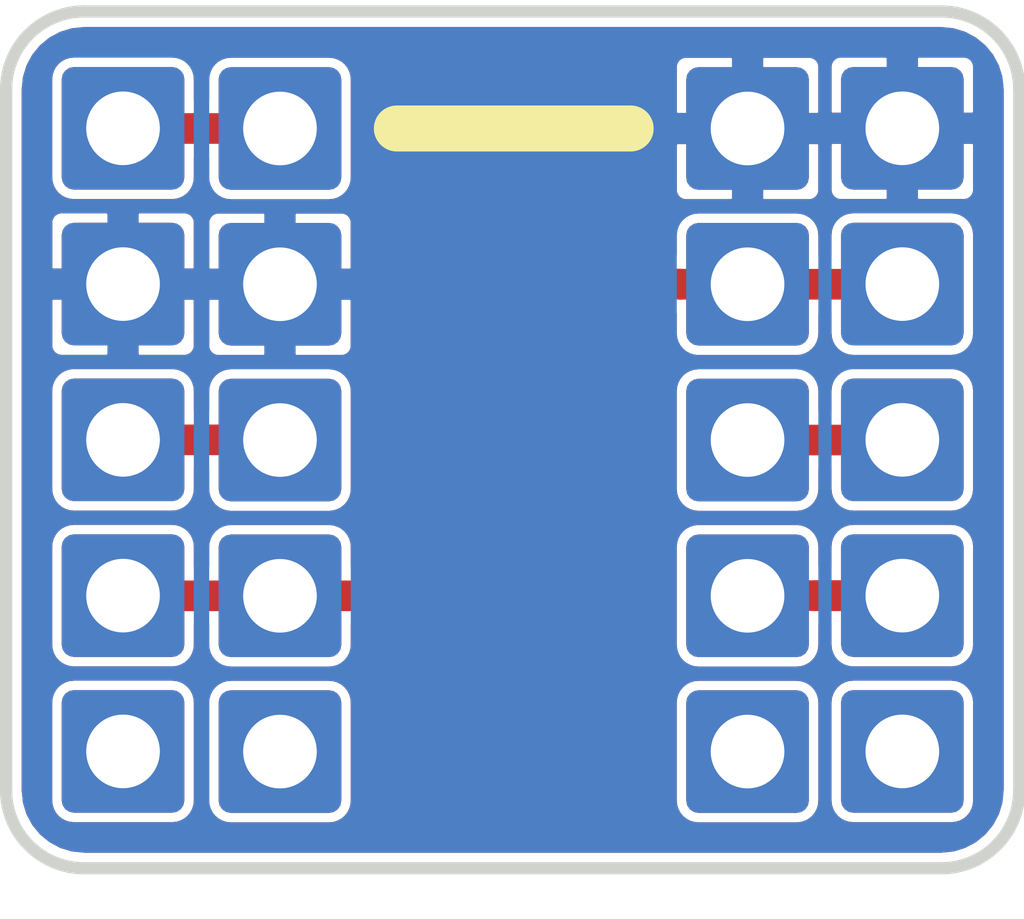
<source format=kicad_pcb>
(kicad_pcb (version 20171130) (host pcbnew "(5.0.2)-1")

  (general
    (thickness 1.6)
    (drawings 8)
    (tracks 24)
    (zones 0)
    (modules 3)
    (nets 9)
  )

  (page A4)
  (layers
    (0 F.Cu signal)
    (31 B.Cu signal)
    (32 B.Adhes user)
    (33 F.Adhes user)
    (34 B.Paste user)
    (35 F.Paste user)
    (36 B.SilkS user)
    (37 F.SilkS user)
    (38 B.Mask user)
    (39 F.Mask user)
    (40 Dwgs.User user)
    (41 Cmts.User user)
    (42 Eco1.User user)
    (43 Eco2.User user)
    (44 Edge.Cuts user)
    (45 Margin user)
    (46 B.CrtYd user)
    (47 F.CrtYd user)
    (48 B.Fab user)
    (49 F.Fab user)
  )

  (setup
    (last_trace_width 0.5)
    (trace_clearance 0.1524)
    (zone_clearance 0.508)
    (zone_45_only no)
    (trace_min 0.2)
    (segment_width 0.2)
    (edge_width 0.15)
    (via_size 0.8)
    (via_drill 0.4)
    (via_min_size 0.4)
    (via_min_drill 0.3)
    (uvia_size 0.3)
    (uvia_drill 0.1)
    (uvias_allowed no)
    (uvia_min_size 0.2)
    (uvia_min_drill 0.1)
    (pcb_text_width 0.3)
    (pcb_text_size 1.5 1.5)
    (mod_edge_width 0.15)
    (mod_text_size 1 1)
    (mod_text_width 0.15)
    (pad_size 2 2)
    (pad_drill 1.2)
    (pad_to_mask_clearance 0.051)
    (solder_mask_min_width 0.25)
    (aux_axis_origin 0 0)
    (visible_elements 7FFFFFFF)
    (pcbplotparams
      (layerselection 0x010fc_ffffffff)
      (usegerberextensions false)
      (usegerberattributes false)
      (usegerberadvancedattributes false)
      (creategerberjobfile false)
      (excludeedgelayer true)
      (linewidth 0.050000)
      (plotframeref false)
      (viasonmask false)
      (mode 1)
      (useauxorigin false)
      (hpglpennumber 1)
      (hpglpenspeed 20)
      (hpglpendiameter 15.000000)
      (psnegative false)
      (psa4output false)
      (plotreference true)
      (plotvalue true)
      (plotinvisibletext false)
      (padsonsilk false)
      (subtractmaskfromsilk false)
      (outputformat 1)
      (mirror false)
      (drillshape 1)
      (scaleselection 1)
      (outputdirectory ""))
  )

  (net 0 "")
  (net 1 /IN)
  (net 2 /OUT)
  (net 3 /RTN)
  (net 4 /SND)
  (net 5 /GND)
  (net 6 /CAP_-)
  (net 7 /SW_1)
  (net 8 /SW_2)

  (net_class Default "This is the default net class."
    (clearance 0.1524)
    (trace_width 0.5)
    (via_dia 0.8)
    (via_drill 0.4)
    (uvia_dia 0.3)
    (uvia_drill 0.1)
    (add_net /CAP_-)
    (add_net /GND)
    (add_net /IN)
    (add_net /OUT)
    (add_net /RTN)
    (add_net /SND)
    (add_net /SW_1)
    (add_net /SW_2)
  )

  (module SA_Relays_THT:Kemet_EA2-5SNJ (layer F.Cu) (tedit 5C5C0D52) (tstamp 5C62EB52)
    (at 125.73 100.33)
    (path /5C5EFDBB)
    (fp_text reference K1 (at 0 -7.9) (layer F.SilkS) hide
      (effects (font (size 1 1) (thickness 0.15)))
    )
    (fp_text value Kemet_EA2-5SNJ (at 0 7.6) (layer F.Fab)
      (effects (font (size 0.3 0.3) (thickness 0.03)))
    )
    (fp_line (start 4.617711 -7.097203) (end -4.582289 -7.097203) (layer F.Fab) (width 0.15))
    (fp_line (start -4.582289 -7.097203) (end -4.582289 7.102797) (layer F.Fab) (width 0.15))
    (fp_line (start -4.582289 7.102797) (end 4.617711 7.102797) (layer F.Fab) (width 0.15))
    (fp_line (start 4.617711 7.102797) (end 4.617711 -7.097203) (layer F.Fab) (width 0.15))
    (fp_line (start 1.922711 -5.077203) (end -1.887289 -5.077203) (layer F.SilkS) (width 0.75))
    (pad 1 thru_hole roundrect (at -3.792289 -5.077203) (size 2 2) (drill 1.2) (layers *.Cu *.Mask) (roundrect_rratio 0.1)
      (net 6 /CAP_-))
    (pad 2 thru_hole roundrect (at -3.792289 -2.537203) (size 2 2) (drill 1.2) (layers *.Cu *.Mask) (roundrect_rratio 0.1)
      (net 5 /GND))
    (pad 3 thru_hole roundrect (at -3.792289 0.002797) (size 2 2) (drill 1.2) (layers *.Cu *.Mask) (roundrect_rratio 0.1)
      (net 4 /SND))
    (pad 4 thru_hole roundrect (at -3.792289 2.542797) (size 2 2) (drill 1.2) (layers *.Cu *.Mask) (roundrect_rratio 0.1)
      (net 1 /IN))
    (pad 5 thru_hole roundrect (at -3.792289 5.082797) (size 2 2) (drill 1.2) (layers *.Cu *.Mask) (roundrect_rratio 0.1))
    (pad 6 thru_hole roundrect (at 3.827711 5.082797) (size 2 2) (drill 1.2) (layers *.Cu *.Mask) (roundrect_rratio 0.1))
    (pad 7 thru_hole roundrect (at 3.827711 2.542797) (size 2 2) (drill 1.2) (layers *.Cu *.Mask) (roundrect_rratio 0.1)
      (net 3 /RTN))
    (pad 8 thru_hole roundrect (at 3.827711 0.002797) (size 2 2) (drill 1.2) (layers *.Cu *.Mask) (roundrect_rratio 0.1)
      (net 2 /OUT))
    (pad 9 thru_hole roundrect (at 3.827711 -2.537203) (size 2 2) (drill 1.2) (layers *.Cu *.Mask) (roundrect_rratio 0.1)
      (net 1 /IN))
    (pad 10 thru_hole roundrect (at 3.827711 -5.077203) (size 2 2) (drill 1.2) (layers *.Cu *.Mask) (roundrect_rratio 0.1)
      (net 5 /GND))
    (model ${SA_LIB_3DSHAPES}/Kemet_EA2-5SNJ/Kemet_EA2-5SNJ.step
      (at (xyz 0 0 0))
      (scale (xyz 1 1 1))
      (rotate (xyz 0 0 0))
    )
  )

  (module Connector_PinHeader_2.54mm:PinHeader_1x05_P2.54mm_Vertical (layer F.Cu) (tedit 5C5C234D) (tstamp 5C5E0351)
    (at 132.08 95.25)
    (descr "Through hole straight pin header, 1x05, 2.54mm pitch, single row")
    (tags "Through hole pin header THT 1x05 2.54mm single row")
    (path /5C6109C8)
    (fp_text reference J3 (at 0 -2.33) (layer F.SilkS) hide
      (effects (font (size 1 1) (thickness 0.15)))
    )
    (fp_text value PinHeader_1x05_P2.54mm_Vertical_Bottom (at 0 12.49) (layer F.Fab) hide
      (effects (font (size 0.5 0.5) (thickness 0.05)))
    )
    (fp_line (start -0.635 -1.27) (end 1.27 -1.27) (layer F.Fab) (width 0.1))
    (fp_line (start 1.27 -1.27) (end 1.27 11.43) (layer F.Fab) (width 0.1))
    (fp_line (start 1.27 11.43) (end -1.27 11.43) (layer F.Fab) (width 0.1))
    (fp_line (start -1.27 11.43) (end -1.27 -0.635) (layer F.Fab) (width 0.1))
    (fp_line (start -1.27 -0.635) (end -0.635 -1.27) (layer F.Fab) (width 0.1))
    (fp_line (start -1.8 -1.8) (end -1.8 11.95) (layer F.CrtYd) (width 0.05))
    (fp_line (start -1.8 11.95) (end 1.8 11.95) (layer F.CrtYd) (width 0.05))
    (fp_line (start 1.8 11.95) (end 1.8 -1.8) (layer F.CrtYd) (width 0.05))
    (fp_line (start 1.8 -1.8) (end -1.8 -1.8) (layer F.CrtYd) (width 0.05))
    (fp_text user %R (at 0 5.08 90) (layer F.Fab)
      (effects (font (size 1 1) (thickness 0.15)))
    )
    (pad 1 thru_hole roundrect (at 0 0) (size 2 2) (drill 1.2) (layers *.Cu *.Mask) (roundrect_rratio 0.1)
      (net 5 /GND))
    (pad 2 thru_hole roundrect (at 0 2.54) (size 2 2) (drill 1.2) (layers *.Cu *.Mask) (roundrect_rratio 0.1)
      (net 1 /IN))
    (pad 3 thru_hole roundrect (at 0 5.08) (size 2 2) (drill 1.2) (layers *.Cu *.Mask) (roundrect_rratio 0.1)
      (net 2 /OUT))
    (pad 4 thru_hole roundrect (at 0 7.62) (size 2 2) (drill 1.2) (layers *.Cu *.Mask) (roundrect_rratio 0.1)
      (net 3 /RTN))
    (pad 5 thru_hole roundrect (at 0 10.16) (size 2 2) (drill 1.2) (layers *.Cu *.Mask) (roundrect_rratio 0.1)
      (net 8 /SW_2))
  )

  (module Connector_PinHeader_2.54mm:PinHeader_1x05_P2.54mm_Vertical (layer F.Cu) (tedit 5C5C2357) (tstamp 5C5E007A)
    (at 119.38 95.25)
    (descr "Through hole straight pin header, 1x05, 2.54mm pitch, single row")
    (tags "Through hole pin header THT 1x05 2.54mm single row")
    (path /5C610994)
    (fp_text reference J1 (at 0 -2.33) (layer F.SilkS) hide
      (effects (font (size 1 1) (thickness 0.15)))
    )
    (fp_text value PinHeader_1x05_P2.54mm_Vertical_Bottom (at 0 12.49) (layer F.Fab) hide
      (effects (font (size 0.5 0.5) (thickness 0.05)))
    )
    (fp_line (start -0.635 -1.27) (end 1.27 -1.27) (layer F.Fab) (width 0.1))
    (fp_line (start 1.27 -1.27) (end 1.27 11.43) (layer F.Fab) (width 0.1))
    (fp_line (start 1.27 11.43) (end -1.27 11.43) (layer F.Fab) (width 0.1))
    (fp_line (start -1.27 11.43) (end -1.27 -0.635) (layer F.Fab) (width 0.1))
    (fp_line (start -1.27 -0.635) (end -0.635 -1.27) (layer F.Fab) (width 0.1))
    (fp_line (start -1.8 -1.8) (end -1.8 11.95) (layer F.CrtYd) (width 0.05))
    (fp_line (start -1.8 11.95) (end 1.8 11.95) (layer F.CrtYd) (width 0.05))
    (fp_line (start 1.8 11.95) (end 1.8 -1.8) (layer F.CrtYd) (width 0.05))
    (fp_line (start 1.8 -1.8) (end -1.8 -1.8) (layer F.CrtYd) (width 0.05))
    (fp_text user %R (at 0 5.08 90) (layer F.Fab)
      (effects (font (size 1 1) (thickness 0.15)))
    )
    (pad 1 thru_hole roundrect (at 0 0) (size 2 2) (drill 1.2) (layers *.Cu *.Mask) (roundrect_rratio 0.1)
      (net 6 /CAP_-))
    (pad 2 thru_hole roundrect (at 0 2.54) (size 2 2) (drill 1.2) (layers *.Cu *.Mask) (roundrect_rratio 0.1)
      (net 5 /GND))
    (pad 3 thru_hole roundrect (at 0 5.08) (size 2 2) (drill 1.2) (layers *.Cu *.Mask) (roundrect_rratio 0.1)
      (net 4 /SND))
    (pad 4 thru_hole roundrect (at 0 7.62) (size 2 2) (drill 1.2) (layers *.Cu *.Mask) (roundrect_rratio 0.1)
      (net 1 /IN))
    (pad 5 thru_hole roundrect (at 0 10.16) (size 2 2) (drill 1.2) (layers *.Cu *.Mask) (roundrect_rratio 0.1)
      (net 7 /SW_1))
  )

  (gr_arc (start 118.745 106.045) (end 117.475 106.045) (angle -90) (layer Edge.Cuts) (width 0.2) (tstamp 5C5C2D55))
  (gr_arc (start 118.745 94.615) (end 118.745 93.345) (angle -90) (layer Edge.Cuts) (width 0.2) (tstamp 5C5C2D52))
  (gr_arc (start 132.715 94.615) (end 133.985 94.615) (angle -90) (layer Edge.Cuts) (width 0.2) (tstamp 5C5C2D4F))
  (gr_arc (start 132.715 106.045) (end 132.715 107.315) (angle -90) (layer Edge.Cuts) (width 0.2))
  (gr_line (start 118.745 107.315) (end 132.715 107.315) (layer Edge.Cuts) (width 0.2))
  (gr_line (start 117.475 94.615) (end 117.475 106.045) (layer Edge.Cuts) (width 0.2))
  (gr_line (start 132.715 93.345) (end 118.745 93.345) (layer Edge.Cuts) (width 0.2) (tstamp 5C5C2C2C))
  (gr_line (start 133.985 106.045) (end 133.985 94.615) (layer Edge.Cuts) (width 0.2))

  (segment (start 132.077203 97.792797) (end 132.08 97.79) (width 0.5) (layer F.Cu) (net 1))
  (segment (start 129.557711 97.792797) (end 132.077203 97.792797) (width 0.5) (layer F.Cu) (net 1))
  (segment (start 119.382797 102.872797) (end 119.38 102.87) (width 0.5) (layer F.Cu) (net 1))
  (segment (start 121.937711 102.872797) (end 119.382797 102.872797) (width 0.5) (layer F.Cu) (net 1))
  (segment (start 128.457711 97.792797) (end 128.454914 97.79) (width 0.5) (layer F.Cu) (net 1))
  (segment (start 129.557711 97.792797) (end 128.457711 97.792797) (width 0.5) (layer F.Cu) (net 1))
  (segment (start 128.454914 97.79) (end 126.365 97.79) (width 0.5) (layer F.Cu) (net 1))
  (segment (start 126.365 97.79) (end 125.73 98.425) (width 0.5) (layer F.Cu) (net 1))
  (segment (start 125.73 98.425) (end 125.73 102.235) (width 0.5) (layer F.Cu) (net 1))
  (segment (start 125.092203 102.872797) (end 121.937711 102.872797) (width 0.5) (layer F.Cu) (net 1))
  (segment (start 125.73 102.235) (end 125.092203 102.872797) (width 0.5) (layer F.Cu) (net 1))
  (segment (start 132.077203 100.332797) (end 132.08 100.33) (width 0.5) (layer F.Cu) (net 2))
  (segment (start 129.557711 100.332797) (end 132.077203 100.332797) (width 0.5) (layer F.Cu) (net 2))
  (segment (start 132.077203 95.252797) (end 132.08 95.25) (width 0.5) (layer F.Cu) (net 5))
  (segment (start 129.557711 95.252797) (end 132.077203 95.252797) (width 0.5) (layer F.Cu) (net 5))
  (segment (start 132.08 102.87) (end 130.660121 102.87) (width 0.5) (layer F.Cu) (net 3))
  (segment (start 129.560508 102.87) (end 129.557711 102.872797) (width 0.5) (layer F.Cu) (net 3))
  (segment (start 132.08 102.87) (end 129.560508 102.87) (width 0.5) (layer F.Cu) (net 3))
  (segment (start 121.934914 100.33) (end 121.937711 100.332797) (width 0.5) (layer F.Cu) (net 4))
  (segment (start 119.38 100.33) (end 121.934914 100.33) (width 0.5) (layer F.Cu) (net 4))
  (segment (start 119.382797 97.792797) (end 119.38 97.79) (width 0.5) (layer F.Cu) (net 5))
  (segment (start 121.937711 97.792797) (end 119.382797 97.792797) (width 0.5) (layer F.Cu) (net 5))
  (segment (start 119.382797 95.252797) (end 119.38 95.25) (width 0.5) (layer F.Cu) (net 6))
  (segment (start 121.937711 95.252797) (end 119.382797 95.252797) (width 0.5) (layer F.Cu) (net 6))

  (zone (net 5) (net_name /GND) (layer F.Cu) (tstamp 0) (hatch edge 0.508)
    (connect_pads (clearance 0.1524))
    (min_thickness 0.1524)
    (fill yes (arc_segments 32) (thermal_gap 0.1524) (thermal_bridge_width 0.508))
    (polygon
      (pts
        (xy 117.475 93.345) (xy 117.475 107.315) (xy 133.985 107.315) (xy 133.985 93.345)
      )
    )
    (filled_polygon
      (pts
        (xy 132.897547 93.693075) (xy 133.073138 93.74609) (xy 133.23509 93.832201) (xy 133.377234 93.94813) (xy 133.494148 94.089455)
        (xy 133.581391 94.250807) (xy 133.635629 94.42602) (xy 133.656401 94.62366) (xy 133.6564 106.028926) (xy 133.636925 106.227547)
        (xy 133.58391 106.40314) (xy 133.4978 106.56509) (xy 133.38187 106.707234) (xy 133.240545 106.824148) (xy 133.079193 106.911391)
        (xy 132.90398 106.965629) (xy 132.70635 106.9864) (xy 118.761074 106.9864) (xy 118.562453 106.966925) (xy 118.38686 106.91391)
        (xy 118.22491 106.8278) (xy 118.082766 106.71187) (xy 117.965852 106.570545) (xy 117.878609 106.409193) (xy 117.824371 106.23398)
        (xy 117.8036 106.03635) (xy 117.8036 104.61) (xy 118.150294 104.61) (xy 118.150294 106.21) (xy 118.158551 106.293831)
        (xy 118.183003 106.374441) (xy 118.222713 106.448732) (xy 118.276152 106.513848) (xy 118.341268 106.567287) (xy 118.415559 106.606997)
        (xy 118.496169 106.631449) (xy 118.58 106.639706) (xy 120.18 106.639706) (xy 120.263831 106.631449) (xy 120.344441 106.606997)
        (xy 120.418732 106.567287) (xy 120.483848 106.513848) (xy 120.537287 106.448732) (xy 120.576997 106.374441) (xy 120.601449 106.293831)
        (xy 120.609706 106.21) (xy 120.609706 104.612797) (xy 120.708005 104.612797) (xy 120.708005 106.212797) (xy 120.716262 106.296628)
        (xy 120.740714 106.377238) (xy 120.780424 106.451529) (xy 120.833863 106.516645) (xy 120.898979 106.570084) (xy 120.97327 106.609794)
        (xy 121.05388 106.634246) (xy 121.137711 106.642503) (xy 122.737711 106.642503) (xy 122.821542 106.634246) (xy 122.902152 106.609794)
        (xy 122.976443 106.570084) (xy 123.041559 106.516645) (xy 123.094998 106.451529) (xy 123.134708 106.377238) (xy 123.15916 106.296628)
        (xy 123.167417 106.212797) (xy 123.167417 104.612797) (xy 128.328005 104.612797) (xy 128.328005 106.212797) (xy 128.336262 106.296628)
        (xy 128.360714 106.377238) (xy 128.400424 106.451529) (xy 128.453863 106.516645) (xy 128.518979 106.570084) (xy 128.59327 106.609794)
        (xy 128.67388 106.634246) (xy 128.757711 106.642503) (xy 130.357711 106.642503) (xy 130.441542 106.634246) (xy 130.522152 106.609794)
        (xy 130.596443 106.570084) (xy 130.661559 106.516645) (xy 130.714998 106.451529) (xy 130.754708 106.377238) (xy 130.77916 106.296628)
        (xy 130.787417 106.212797) (xy 130.787417 104.612797) (xy 130.787142 104.61) (xy 130.850294 104.61) (xy 130.850294 106.21)
        (xy 130.858551 106.293831) (xy 130.883003 106.374441) (xy 130.922713 106.448732) (xy 130.976152 106.513848) (xy 131.041268 106.567287)
        (xy 131.115559 106.606997) (xy 131.196169 106.631449) (xy 131.28 106.639706) (xy 132.88 106.639706) (xy 132.963831 106.631449)
        (xy 133.044441 106.606997) (xy 133.118732 106.567287) (xy 133.183848 106.513848) (xy 133.237287 106.448732) (xy 133.276997 106.374441)
        (xy 133.301449 106.293831) (xy 133.309706 106.21) (xy 133.309706 104.61) (xy 133.301449 104.526169) (xy 133.276997 104.445559)
        (xy 133.237287 104.371268) (xy 133.183848 104.306152) (xy 133.118732 104.252713) (xy 133.044441 104.213003) (xy 132.963831 104.188551)
        (xy 132.88 104.180294) (xy 131.28 104.180294) (xy 131.196169 104.188551) (xy 131.115559 104.213003) (xy 131.041268 104.252713)
        (xy 130.976152 104.306152) (xy 130.922713 104.371268) (xy 130.883003 104.445559) (xy 130.858551 104.526169) (xy 130.850294 104.61)
        (xy 130.787142 104.61) (xy 130.77916 104.528966) (xy 130.754708 104.448356) (xy 130.714998 104.374065) (xy 130.661559 104.308949)
        (xy 130.596443 104.25551) (xy 130.522152 104.2158) (xy 130.441542 104.191348) (xy 130.357711 104.183091) (xy 128.757711 104.183091)
        (xy 128.67388 104.191348) (xy 128.59327 104.2158) (xy 128.518979 104.25551) (xy 128.453863 104.308949) (xy 128.400424 104.374065)
        (xy 128.360714 104.448356) (xy 128.336262 104.528966) (xy 128.328005 104.612797) (xy 123.167417 104.612797) (xy 123.15916 104.528966)
        (xy 123.134708 104.448356) (xy 123.094998 104.374065) (xy 123.041559 104.308949) (xy 122.976443 104.25551) (xy 122.902152 104.2158)
        (xy 122.821542 104.191348) (xy 122.737711 104.183091) (xy 121.137711 104.183091) (xy 121.05388 104.191348) (xy 120.97327 104.2158)
        (xy 120.898979 104.25551) (xy 120.833863 104.308949) (xy 120.780424 104.374065) (xy 120.740714 104.448356) (xy 120.716262 104.528966)
        (xy 120.708005 104.612797) (xy 120.609706 104.612797) (xy 120.609706 104.61) (xy 120.601449 104.526169) (xy 120.576997 104.445559)
        (xy 120.537287 104.371268) (xy 120.483848 104.306152) (xy 120.418732 104.252713) (xy 120.344441 104.213003) (xy 120.263831 104.188551)
        (xy 120.18 104.180294) (xy 118.58 104.180294) (xy 118.496169 104.188551) (xy 118.415559 104.213003) (xy 118.341268 104.252713)
        (xy 118.276152 104.306152) (xy 118.222713 104.371268) (xy 118.183003 104.445559) (xy 118.158551 104.526169) (xy 118.150294 104.61)
        (xy 117.8036 104.61) (xy 117.8036 102.07) (xy 118.150294 102.07) (xy 118.150294 103.67) (xy 118.158551 103.753831)
        (xy 118.183003 103.834441) (xy 118.222713 103.908732) (xy 118.276152 103.973848) (xy 118.341268 104.027287) (xy 118.415559 104.066997)
        (xy 118.496169 104.091449) (xy 118.58 104.099706) (xy 120.18 104.099706) (xy 120.263831 104.091449) (xy 120.344441 104.066997)
        (xy 120.418732 104.027287) (xy 120.483848 103.973848) (xy 120.537287 103.908732) (xy 120.576997 103.834441) (xy 120.601449 103.753831)
        (xy 120.609706 103.67) (xy 120.609706 103.351397) (xy 120.708005 103.351397) (xy 120.708005 103.672797) (xy 120.716262 103.756628)
        (xy 120.740714 103.837238) (xy 120.780424 103.911529) (xy 120.833863 103.976645) (xy 120.898979 104.030084) (xy 120.97327 104.069794)
        (xy 121.05388 104.094246) (xy 121.137711 104.102503) (xy 122.737711 104.102503) (xy 122.821542 104.094246) (xy 122.902152 104.069794)
        (xy 122.976443 104.030084) (xy 123.041559 103.976645) (xy 123.094998 103.911529) (xy 123.134708 103.837238) (xy 123.15916 103.756628)
        (xy 123.167417 103.672797) (xy 123.167417 103.351397) (xy 125.068707 103.351397) (xy 125.092203 103.353711) (xy 125.115699 103.351397)
        (xy 125.115707 103.351397) (xy 125.186025 103.344471) (xy 125.276241 103.317105) (xy 125.359385 103.272663) (xy 125.432261 103.212855)
        (xy 125.447245 103.194597) (xy 126.051805 102.590038) (xy 126.070058 102.575058) (xy 126.085037 102.556806) (xy 126.085041 102.556802)
        (xy 126.11938 102.514959) (xy 126.129866 102.502182) (xy 126.174308 102.419038) (xy 126.201674 102.328822) (xy 126.2086 102.258504)
        (xy 126.2086 102.258497) (xy 126.210914 102.235001) (xy 126.2086 102.211505) (xy 126.2086 102.072797) (xy 128.328005 102.072797)
        (xy 128.328005 103.672797) (xy 128.336262 103.756628) (xy 128.360714 103.837238) (xy 128.400424 103.911529) (xy 128.453863 103.976645)
        (xy 128.518979 104.030084) (xy 128.59327 104.069794) (xy 128.67388 104.094246) (xy 128.757711 104.102503) (xy 130.357711 104.102503)
        (xy 130.441542 104.094246) (xy 130.522152 104.069794) (xy 130.596443 104.030084) (xy 130.661559 103.976645) (xy 130.714998 103.911529)
        (xy 130.754708 103.837238) (xy 130.77916 103.756628) (xy 130.787417 103.672797) (xy 130.787417 103.3486) (xy 130.850294 103.3486)
        (xy 130.850294 103.67) (xy 130.858551 103.753831) (xy 130.883003 103.834441) (xy 130.922713 103.908732) (xy 130.976152 103.973848)
        (xy 131.041268 104.027287) (xy 131.115559 104.066997) (xy 131.196169 104.091449) (xy 131.28 104.099706) (xy 132.88 104.099706)
        (xy 132.963831 104.091449) (xy 133.044441 104.066997) (xy 133.118732 104.027287) (xy 133.183848 103.973848) (xy 133.237287 103.908732)
        (xy 133.276997 103.834441) (xy 133.301449 103.753831) (xy 133.309706 103.67) (xy 133.309706 102.07) (xy 133.301449 101.986169)
        (xy 133.276997 101.905559) (xy 133.237287 101.831268) (xy 133.183848 101.766152) (xy 133.118732 101.712713) (xy 133.044441 101.673003)
        (xy 132.963831 101.648551) (xy 132.88 101.640294) (xy 131.28 101.640294) (xy 131.196169 101.648551) (xy 131.115559 101.673003)
        (xy 131.041268 101.712713) (xy 130.976152 101.766152) (xy 130.922713 101.831268) (xy 130.883003 101.905559) (xy 130.858551 101.986169)
        (xy 130.850294 102.07) (xy 130.850294 102.3914) (xy 130.787417 102.3914) (xy 130.787417 102.072797) (xy 130.77916 101.988966)
        (xy 130.754708 101.908356) (xy 130.714998 101.834065) (xy 130.661559 101.768949) (xy 130.596443 101.71551) (xy 130.522152 101.6758)
        (xy 130.441542 101.651348) (xy 130.357711 101.643091) (xy 128.757711 101.643091) (xy 128.67388 101.651348) (xy 128.59327 101.6758)
        (xy 128.518979 101.71551) (xy 128.453863 101.768949) (xy 128.400424 101.834065) (xy 128.360714 101.908356) (xy 128.336262 101.988966)
        (xy 128.328005 102.072797) (xy 126.2086 102.072797) (xy 126.2086 99.532797) (xy 128.328005 99.532797) (xy 128.328005 101.132797)
        (xy 128.336262 101.216628) (xy 128.360714 101.297238) (xy 128.400424 101.371529) (xy 128.453863 101.436645) (xy 128.518979 101.490084)
        (xy 128.59327 101.529794) (xy 128.67388 101.554246) (xy 128.757711 101.562503) (xy 130.357711 101.562503) (xy 130.441542 101.554246)
        (xy 130.522152 101.529794) (xy 130.596443 101.490084) (xy 130.661559 101.436645) (xy 130.714998 101.371529) (xy 130.754708 101.297238)
        (xy 130.77916 101.216628) (xy 130.787417 101.132797) (xy 130.787417 100.811397) (xy 130.850294 100.811397) (xy 130.850294 101.13)
        (xy 130.858551 101.213831) (xy 130.883003 101.294441) (xy 130.922713 101.368732) (xy 130.976152 101.433848) (xy 131.041268 101.487287)
        (xy 131.115559 101.526997) (xy 131.196169 101.551449) (xy 131.28 101.559706) (xy 132.88 101.559706) (xy 132.963831 101.551449)
        (xy 133.044441 101.526997) (xy 133.118732 101.487287) (xy 133.183848 101.433848) (xy 133.237287 101.368732) (xy 133.276997 101.294441)
        (xy 133.301449 101.213831) (xy 133.309706 101.13) (xy 133.309706 99.53) (xy 133.301449 99.446169) (xy 133.276997 99.365559)
        (xy 133.237287 99.291268) (xy 133.183848 99.226152) (xy 133.118732 99.172713) (xy 133.044441 99.133003) (xy 132.963831 99.108551)
        (xy 132.88 99.100294) (xy 131.28 99.100294) (xy 131.196169 99.108551) (xy 131.115559 99.133003) (xy 131.041268 99.172713)
        (xy 130.976152 99.226152) (xy 130.922713 99.291268) (xy 130.883003 99.365559) (xy 130.858551 99.446169) (xy 130.850294 99.53)
        (xy 130.850294 99.854197) (xy 130.787417 99.854197) (xy 130.787417 99.532797) (xy 130.77916 99.448966) (xy 130.754708 99.368356)
        (xy 130.714998 99.294065) (xy 130.661559 99.228949) (xy 130.596443 99.17551) (xy 130.522152 99.1358) (xy 130.441542 99.111348)
        (xy 130.357711 99.103091) (xy 128.757711 99.103091) (xy 128.67388 99.111348) (xy 128.59327 99.1358) (xy 128.518979 99.17551)
        (xy 128.453863 99.228949) (xy 128.400424 99.294065) (xy 128.360714 99.368356) (xy 128.336262 99.448966) (xy 128.328005 99.532797)
        (xy 126.2086 99.532797) (xy 126.2086 98.623242) (xy 126.563243 98.2686) (xy 128.328005 98.2686) (xy 128.328005 98.592797)
        (xy 128.336262 98.676628) (xy 128.360714 98.757238) (xy 128.400424 98.831529) (xy 128.453863 98.896645) (xy 128.518979 98.950084)
        (xy 128.59327 98.989794) (xy 128.67388 99.014246) (xy 128.757711 99.022503) (xy 130.357711 99.022503) (xy 130.441542 99.014246)
        (xy 130.522152 98.989794) (xy 130.596443 98.950084) (xy 130.661559 98.896645) (xy 130.714998 98.831529) (xy 130.754708 98.757238)
        (xy 130.77916 98.676628) (xy 130.787417 98.592797) (xy 130.787417 98.271397) (xy 130.850294 98.271397) (xy 130.850294 98.59)
        (xy 130.858551 98.673831) (xy 130.883003 98.754441) (xy 130.922713 98.828732) (xy 130.976152 98.893848) (xy 131.041268 98.947287)
        (xy 131.115559 98.986997) (xy 131.196169 99.011449) (xy 131.28 99.019706) (xy 132.88 99.019706) (xy 132.963831 99.011449)
        (xy 133.044441 98.986997) (xy 133.118732 98.947287) (xy 133.183848 98.893848) (xy 133.237287 98.828732) (xy 133.276997 98.754441)
        (xy 133.301449 98.673831) (xy 133.309706 98.59) (xy 133.309706 96.99) (xy 133.301449 96.906169) (xy 133.276997 96.825559)
        (xy 133.237287 96.751268) (xy 133.183848 96.686152) (xy 133.118732 96.632713) (xy 133.044441 96.593003) (xy 132.963831 96.568551)
        (xy 132.88 96.560294) (xy 131.28 96.560294) (xy 131.196169 96.568551) (xy 131.115559 96.593003) (xy 131.041268 96.632713)
        (xy 130.976152 96.686152) (xy 130.922713 96.751268) (xy 130.883003 96.825559) (xy 130.858551 96.906169) (xy 130.850294 96.99)
        (xy 130.850294 97.314197) (xy 130.787417 97.314197) (xy 130.787417 96.992797) (xy 130.77916 96.908966) (xy 130.754708 96.828356)
        (xy 130.714998 96.754065) (xy 130.661559 96.688949) (xy 130.596443 96.63551) (xy 130.522152 96.5958) (xy 130.441542 96.571348)
        (xy 130.357711 96.563091) (xy 128.757711 96.563091) (xy 128.67388 96.571348) (xy 128.59327 96.5958) (xy 128.518979 96.63551)
        (xy 128.453863 96.688949) (xy 128.400424 96.754065) (xy 128.360714 96.828356) (xy 128.336262 96.908966) (xy 128.328005 96.992797)
        (xy 128.328005 97.3114) (xy 126.388496 97.3114) (xy 126.365 97.309086) (xy 126.341504 97.3114) (xy 126.341496 97.3114)
        (xy 126.271178 97.318326) (xy 126.180962 97.345692) (xy 126.097818 97.390134) (xy 126.043198 97.434959) (xy 126.043194 97.434963)
        (xy 126.024942 97.449942) (xy 126.009962 97.468195) (xy 125.4082 98.069958) (xy 125.389942 98.084942) (xy 125.330134 98.157818)
        (xy 125.285692 98.240963) (xy 125.258326 98.331179) (xy 125.2514 98.401497) (xy 125.2514 98.401504) (xy 125.249086 98.425)
        (xy 125.2514 98.448496) (xy 125.251401 102.036756) (xy 124.893961 102.394197) (xy 123.167417 102.394197) (xy 123.167417 102.072797)
        (xy 123.15916 101.988966) (xy 123.134708 101.908356) (xy 123.094998 101.834065) (xy 123.041559 101.768949) (xy 122.976443 101.71551)
        (xy 122.902152 101.6758) (xy 122.821542 101.651348) (xy 122.737711 101.643091) (xy 121.137711 101.643091) (xy 121.05388 101.651348)
        (xy 120.97327 101.6758) (xy 120.898979 101.71551) (xy 120.833863 101.768949) (xy 120.780424 101.834065) (xy 120.740714 101.908356)
        (xy 120.716262 101.988966) (xy 120.708005 102.072797) (xy 120.708005 102.394197) (xy 120.609706 102.394197) (xy 120.609706 102.07)
        (xy 120.601449 101.986169) (xy 120.576997 101.905559) (xy 120.537287 101.831268) (xy 120.483848 101.766152) (xy 120.418732 101.712713)
        (xy 120.344441 101.673003) (xy 120.263831 101.648551) (xy 120.18 101.640294) (xy 118.58 101.640294) (xy 118.496169 101.648551)
        (xy 118.415559 101.673003) (xy 118.341268 101.712713) (xy 118.276152 101.766152) (xy 118.222713 101.831268) (xy 118.183003 101.905559)
        (xy 118.158551 101.986169) (xy 118.150294 102.07) (xy 117.8036 102.07) (xy 117.8036 99.53) (xy 118.150294 99.53)
        (xy 118.150294 101.13) (xy 118.158551 101.213831) (xy 118.183003 101.294441) (xy 118.222713 101.368732) (xy 118.276152 101.433848)
        (xy 118.341268 101.487287) (xy 118.415559 101.526997) (xy 118.496169 101.551449) (xy 118.58 101.559706) (xy 120.18 101.559706)
        (xy 120.263831 101.551449) (xy 120.344441 101.526997) (xy 120.418732 101.487287) (xy 120.483848 101.433848) (xy 120.537287 101.368732)
        (xy 120.576997 101.294441) (xy 120.601449 101.213831) (xy 120.609706 101.13) (xy 120.609706 100.8086) (xy 120.708005 100.8086)
        (xy 120.708005 101.132797) (xy 120.716262 101.216628) (xy 120.740714 101.297238) (xy 120.780424 101.371529) (xy 120.833863 101.436645)
        (xy 120.898979 101.490084) (xy 120.97327 101.529794) (xy 121.05388 101.554246) (xy 121.137711 101.562503) (xy 122.737711 101.562503)
        (xy 122.821542 101.554246) (xy 122.902152 101.529794) (xy 122.976443 101.490084) (xy 123.041559 101.436645) (xy 123.094998 101.371529)
        (xy 123.134708 101.297238) (xy 123.15916 101.216628) (xy 123.167417 101.132797) (xy 123.167417 99.532797) (xy 123.15916 99.448966)
        (xy 123.134708 99.368356) (xy 123.094998 99.294065) (xy 123.041559 99.228949) (xy 122.976443 99.17551) (xy 122.902152 99.1358)
        (xy 122.821542 99.111348) (xy 122.737711 99.103091) (xy 121.137711 99.103091) (xy 121.05388 99.111348) (xy 120.97327 99.1358)
        (xy 120.898979 99.17551) (xy 120.833863 99.228949) (xy 120.780424 99.294065) (xy 120.740714 99.368356) (xy 120.716262 99.448966)
        (xy 120.708005 99.532797) (xy 120.708005 99.8514) (xy 120.609706 99.8514) (xy 120.609706 99.53) (xy 120.601449 99.446169)
        (xy 120.576997 99.365559) (xy 120.537287 99.291268) (xy 120.483848 99.226152) (xy 120.418732 99.172713) (xy 120.344441 99.133003)
        (xy 120.263831 99.108551) (xy 120.18 99.100294) (xy 118.58 99.100294) (xy 118.496169 99.108551) (xy 118.415559 99.133003)
        (xy 118.341268 99.172713) (xy 118.276152 99.226152) (xy 118.222713 99.291268) (xy 118.183003 99.365559) (xy 118.158551 99.446169)
        (xy 118.150294 99.53) (xy 117.8036 99.53) (xy 117.8036 98.02495) (xy 118.1514 98.02495) (xy 118.1514 98.812515)
        (xy 118.160185 98.85668) (xy 118.177417 98.898283) (xy 118.202435 98.935724) (xy 118.234276 98.967565) (xy 118.271717 98.992583)
        (xy 118.31332 99.009815) (xy 118.357485 99.0186) (xy 119.14505 99.0186) (xy 119.2022 98.96145) (xy 119.2022 97.9678)
        (xy 119.5578 97.9678) (xy 119.5578 98.96145) (xy 119.61495 99.0186) (xy 120.402515 99.0186) (xy 120.44668 99.009815)
        (xy 120.488283 98.992583) (xy 120.525724 98.967565) (xy 120.557565 98.935724) (xy 120.582583 98.898283) (xy 120.599815 98.85668)
        (xy 120.6086 98.812515) (xy 120.6086 98.027747) (xy 120.709111 98.027747) (xy 120.709111 98.815312) (xy 120.717896 98.859477)
        (xy 120.735128 98.90108) (xy 120.760146 98.938521) (xy 120.791987 98.970362) (xy 120.829428 98.99538) (xy 120.871031 99.012612)
        (xy 120.915196 99.021397) (xy 121.702761 99.021397) (xy 121.759911 98.964247) (xy 121.759911 97.970597) (xy 122.115511 97.970597)
        (xy 122.115511 98.964247) (xy 122.172661 99.021397) (xy 122.960226 99.021397) (xy 123.004391 99.012612) (xy 123.045994 98.99538)
        (xy 123.083435 98.970362) (xy 123.115276 98.938521) (xy 123.140294 98.90108) (xy 123.157526 98.859477) (xy 123.166311 98.815312)
        (xy 123.166311 98.027747) (xy 123.109161 97.970597) (xy 122.115511 97.970597) (xy 121.759911 97.970597) (xy 120.766261 97.970597)
        (xy 120.709111 98.027747) (xy 120.6086 98.027747) (xy 120.6086 98.02495) (xy 120.55145 97.9678) (xy 119.5578 97.9678)
        (xy 119.2022 97.9678) (xy 118.20855 97.9678) (xy 118.1514 98.02495) (xy 117.8036 98.02495) (xy 117.8036 96.767485)
        (xy 118.1514 96.767485) (xy 118.1514 97.55505) (xy 118.20855 97.6122) (xy 119.2022 97.6122) (xy 119.2022 96.61855)
        (xy 119.5578 96.61855) (xy 119.5578 97.6122) (xy 120.55145 97.6122) (xy 120.6086 97.55505) (xy 120.6086 96.770282)
        (xy 120.709111 96.770282) (xy 120.709111 97.557847) (xy 120.766261 97.614997) (xy 121.759911 97.614997) (xy 121.759911 96.621347)
        (xy 122.115511 96.621347) (xy 122.115511 97.614997) (xy 123.109161 97.614997) (xy 123.166311 97.557847) (xy 123.166311 96.770282)
        (xy 123.157526 96.726117) (xy 123.140294 96.684514) (xy 123.115276 96.647073) (xy 123.083435 96.615232) (xy 123.045994 96.590214)
        (xy 123.004391 96.572982) (xy 122.960226 96.564197) (xy 122.172661 96.564197) (xy 122.115511 96.621347) (xy 121.759911 96.621347)
        (xy 121.702761 96.564197) (xy 120.915196 96.564197) (xy 120.871031 96.572982) (xy 120.829428 96.590214) (xy 120.791987 96.615232)
        (xy 120.760146 96.647073) (xy 120.735128 96.684514) (xy 120.717896 96.726117) (xy 120.709111 96.770282) (xy 120.6086 96.770282)
        (xy 120.6086 96.767485) (xy 120.599815 96.72332) (xy 120.582583 96.681717) (xy 120.557565 96.644276) (xy 120.525724 96.612435)
        (xy 120.488283 96.587417) (xy 120.44668 96.570185) (xy 120.402515 96.5614) (xy 119.61495 96.5614) (xy 119.5578 96.61855)
        (xy 119.2022 96.61855) (xy 119.14505 96.5614) (xy 118.357485 96.5614) (xy 118.31332 96.570185) (xy 118.271717 96.587417)
        (xy 118.234276 96.612435) (xy 118.202435 96.644276) (xy 118.177417 96.681717) (xy 118.160185 96.72332) (xy 118.1514 96.767485)
        (xy 117.8036 96.767485) (xy 117.8036 94.631074) (xy 117.821354 94.45) (xy 118.150294 94.45) (xy 118.150294 96.05)
        (xy 118.158551 96.133831) (xy 118.183003 96.214441) (xy 118.222713 96.288732) (xy 118.276152 96.353848) (xy 118.341268 96.407287)
        (xy 118.415559 96.446997) (xy 118.496169 96.471449) (xy 118.58 96.479706) (xy 120.18 96.479706) (xy 120.263831 96.471449)
        (xy 120.344441 96.446997) (xy 120.418732 96.407287) (xy 120.483848 96.353848) (xy 120.537287 96.288732) (xy 120.576997 96.214441)
        (xy 120.601449 96.133831) (xy 120.609706 96.05) (xy 120.609706 95.731397) (xy 120.708005 95.731397) (xy 120.708005 96.052797)
        (xy 120.716262 96.136628) (xy 120.740714 96.217238) (xy 120.780424 96.291529) (xy 120.833863 96.356645) (xy 120.898979 96.410084)
        (xy 120.97327 96.449794) (xy 121.05388 96.474246) (xy 121.137711 96.482503) (xy 122.737711 96.482503) (xy 122.821542 96.474246)
        (xy 122.902152 96.449794) (xy 122.976443 96.410084) (xy 123.041559 96.356645) (xy 123.094998 96.291529) (xy 123.134708 96.217238)
        (xy 123.15916 96.136628) (xy 123.167417 96.052797) (xy 123.167417 95.487747) (xy 128.329111 95.487747) (xy 128.329111 96.275312)
        (xy 128.337896 96.319477) (xy 128.355128 96.36108) (xy 128.380146 96.398521) (xy 128.411987 96.430362) (xy 128.449428 96.45538)
        (xy 128.491031 96.472612) (xy 128.535196 96.481397) (xy 129.322761 96.481397) (xy 129.379911 96.424247) (xy 129.379911 95.430597)
        (xy 129.735511 95.430597) (xy 129.735511 96.424247) (xy 129.792661 96.481397) (xy 130.580226 96.481397) (xy 130.624391 96.472612)
        (xy 130.665994 96.45538) (xy 130.703435 96.430362) (xy 130.735276 96.398521) (xy 130.760294 96.36108) (xy 130.777526 96.319477)
        (xy 130.786311 96.275312) (xy 130.786311 95.487747) (xy 130.783514 95.48495) (xy 130.8514 95.48495) (xy 130.8514 96.272515)
        (xy 130.860185 96.31668) (xy 130.877417 96.358283) (xy 130.902435 96.395724) (xy 130.934276 96.427565) (xy 130.971717 96.452583)
        (xy 131.01332 96.469815) (xy 131.057485 96.4786) (xy 131.84505 96.4786) (xy 131.9022 96.42145) (xy 131.9022 95.4278)
        (xy 132.2578 95.4278) (xy 132.2578 96.42145) (xy 132.31495 96.4786) (xy 133.102515 96.4786) (xy 133.14668 96.469815)
        (xy 133.188283 96.452583) (xy 133.225724 96.427565) (xy 133.257565 96.395724) (xy 133.282583 96.358283) (xy 133.299815 96.31668)
        (xy 133.3086 96.272515) (xy 133.3086 95.48495) (xy 133.25145 95.4278) (xy 132.2578 95.4278) (xy 131.9022 95.4278)
        (xy 130.90855 95.4278) (xy 130.8514 95.48495) (xy 130.783514 95.48495) (xy 130.729161 95.430597) (xy 129.735511 95.430597)
        (xy 129.379911 95.430597) (xy 128.386261 95.430597) (xy 128.329111 95.487747) (xy 123.167417 95.487747) (xy 123.167417 94.452797)
        (xy 123.15916 94.368966) (xy 123.134708 94.288356) (xy 123.103667 94.230282) (xy 128.329111 94.230282) (xy 128.329111 95.017847)
        (xy 128.386261 95.074997) (xy 129.379911 95.074997) (xy 129.379911 94.081347) (xy 129.735511 94.081347) (xy 129.735511 95.074997)
        (xy 130.729161 95.074997) (xy 130.786311 95.017847) (xy 130.786311 94.230282) (xy 130.785755 94.227485) (xy 130.8514 94.227485)
        (xy 130.8514 95.01505) (xy 130.90855 95.0722) (xy 131.9022 95.0722) (xy 131.9022 94.07855) (xy 132.2578 94.07855)
        (xy 132.2578 95.0722) (xy 133.25145 95.0722) (xy 133.3086 95.01505) (xy 133.3086 94.227485) (xy 133.299815 94.18332)
        (xy 133.282583 94.141717) (xy 133.257565 94.104276) (xy 133.225724 94.072435) (xy 133.188283 94.047417) (xy 133.14668 94.030185)
        (xy 133.102515 94.0214) (xy 132.31495 94.0214) (xy 132.2578 94.07855) (xy 131.9022 94.07855) (xy 131.84505 94.0214)
        (xy 131.057485 94.0214) (xy 131.01332 94.030185) (xy 130.971717 94.047417) (xy 130.934276 94.072435) (xy 130.902435 94.104276)
        (xy 130.877417 94.141717) (xy 130.860185 94.18332) (xy 130.8514 94.227485) (xy 130.785755 94.227485) (xy 130.777526 94.186117)
        (xy 130.760294 94.144514) (xy 130.735276 94.107073) (xy 130.703435 94.075232) (xy 130.665994 94.050214) (xy 130.624391 94.032982)
        (xy 130.580226 94.024197) (xy 129.792661 94.024197) (xy 129.735511 94.081347) (xy 129.379911 94.081347) (xy 129.322761 94.024197)
        (xy 128.535196 94.024197) (xy 128.491031 94.032982) (xy 128.449428 94.050214) (xy 128.411987 94.075232) (xy 128.380146 94.107073)
        (xy 128.355128 94.144514) (xy 128.337896 94.186117) (xy 128.329111 94.230282) (xy 123.103667 94.230282) (xy 123.094998 94.214065)
        (xy 123.041559 94.148949) (xy 122.976443 94.09551) (xy 122.902152 94.0558) (xy 122.821542 94.031348) (xy 122.737711 94.023091)
        (xy 121.137711 94.023091) (xy 121.05388 94.031348) (xy 120.97327 94.0558) (xy 120.898979 94.09551) (xy 120.833863 94.148949)
        (xy 120.780424 94.214065) (xy 120.740714 94.288356) (xy 120.716262 94.368966) (xy 120.708005 94.452797) (xy 120.708005 94.774197)
        (xy 120.609706 94.774197) (xy 120.609706 94.45) (xy 120.601449 94.366169) (xy 120.576997 94.285559) (xy 120.537287 94.211268)
        (xy 120.483848 94.146152) (xy 120.418732 94.092713) (xy 120.344441 94.053003) (xy 120.263831 94.028551) (xy 120.18 94.020294)
        (xy 118.58 94.020294) (xy 118.496169 94.028551) (xy 118.415559 94.053003) (xy 118.341268 94.092713) (xy 118.276152 94.146152)
        (xy 118.222713 94.211268) (xy 118.183003 94.285559) (xy 118.158551 94.366169) (xy 118.150294 94.45) (xy 117.821354 94.45)
        (xy 117.823075 94.432453) (xy 117.87609 94.256862) (xy 117.962201 94.09491) (xy 118.07813 93.952766) (xy 118.219455 93.835852)
        (xy 118.380807 93.748609) (xy 118.55602 93.694371) (xy 118.753651 93.6736) (xy 132.698926 93.6736)
      )
    )
  )
  (zone (net 5) (net_name /GND) (layer B.Cu) (tstamp 0) (hatch edge 0.508)
    (connect_pads (clearance 0.1524))
    (min_thickness 0.1524)
    (fill yes (arc_segments 32) (thermal_gap 0.1524) (thermal_bridge_width 0.508))
    (polygon
      (pts
        (xy 117.475 93.345) (xy 133.985 93.345) (xy 133.985 107.315) (xy 117.475 107.315)
      )
    )
    (filled_polygon
      (pts
        (xy 132.897547 93.693075) (xy 133.073138 93.74609) (xy 133.23509 93.832201) (xy 133.377234 93.94813) (xy 133.494148 94.089455)
        (xy 133.581391 94.250807) (xy 133.635629 94.42602) (xy 133.656401 94.62366) (xy 133.6564 106.028926) (xy 133.636925 106.227547)
        (xy 133.58391 106.40314) (xy 133.4978 106.56509) (xy 133.38187 106.707234) (xy 133.240545 106.824148) (xy 133.079193 106.911391)
        (xy 132.90398 106.965629) (xy 132.70635 106.9864) (xy 118.761074 106.9864) (xy 118.562453 106.966925) (xy 118.38686 106.91391)
        (xy 118.22491 106.8278) (xy 118.082766 106.71187) (xy 117.965852 106.570545) (xy 117.878609 106.409193) (xy 117.824371 106.23398)
        (xy 117.8036 106.03635) (xy 117.8036 104.61) (xy 118.150294 104.61) (xy 118.150294 106.21) (xy 118.158551 106.293831)
        (xy 118.183003 106.374441) (xy 118.222713 106.448732) (xy 118.276152 106.513848) (xy 118.341268 106.567287) (xy 118.415559 106.606997)
        (xy 118.496169 106.631449) (xy 118.58 106.639706) (xy 120.18 106.639706) (xy 120.263831 106.631449) (xy 120.344441 106.606997)
        (xy 120.418732 106.567287) (xy 120.483848 106.513848) (xy 120.537287 106.448732) (xy 120.576997 106.374441) (xy 120.601449 106.293831)
        (xy 120.609706 106.21) (xy 120.609706 104.612797) (xy 120.708005 104.612797) (xy 120.708005 106.212797) (xy 120.716262 106.296628)
        (xy 120.740714 106.377238) (xy 120.780424 106.451529) (xy 120.833863 106.516645) (xy 120.898979 106.570084) (xy 120.97327 106.609794)
        (xy 121.05388 106.634246) (xy 121.137711 106.642503) (xy 122.737711 106.642503) (xy 122.821542 106.634246) (xy 122.902152 106.609794)
        (xy 122.976443 106.570084) (xy 123.041559 106.516645) (xy 123.094998 106.451529) (xy 123.134708 106.377238) (xy 123.15916 106.296628)
        (xy 123.167417 106.212797) (xy 123.167417 104.612797) (xy 128.328005 104.612797) (xy 128.328005 106.212797) (xy 128.336262 106.296628)
        (xy 128.360714 106.377238) (xy 128.400424 106.451529) (xy 128.453863 106.516645) (xy 128.518979 106.570084) (xy 128.59327 106.609794)
        (xy 128.67388 106.634246) (xy 128.757711 106.642503) (xy 130.357711 106.642503) (xy 130.441542 106.634246) (xy 130.522152 106.609794)
        (xy 130.596443 106.570084) (xy 130.661559 106.516645) (xy 130.714998 106.451529) (xy 130.754708 106.377238) (xy 130.77916 106.296628)
        (xy 130.787417 106.212797) (xy 130.787417 104.612797) (xy 130.787142 104.61) (xy 130.850294 104.61) (xy 130.850294 106.21)
        (xy 130.858551 106.293831) (xy 130.883003 106.374441) (xy 130.922713 106.448732) (xy 130.976152 106.513848) (xy 131.041268 106.567287)
        (xy 131.115559 106.606997) (xy 131.196169 106.631449) (xy 131.28 106.639706) (xy 132.88 106.639706) (xy 132.963831 106.631449)
        (xy 133.044441 106.606997) (xy 133.118732 106.567287) (xy 133.183848 106.513848) (xy 133.237287 106.448732) (xy 133.276997 106.374441)
        (xy 133.301449 106.293831) (xy 133.309706 106.21) (xy 133.309706 104.61) (xy 133.301449 104.526169) (xy 133.276997 104.445559)
        (xy 133.237287 104.371268) (xy 133.183848 104.306152) (xy 133.118732 104.252713) (xy 133.044441 104.213003) (xy 132.963831 104.188551)
        (xy 132.88 104.180294) (xy 131.28 104.180294) (xy 131.196169 104.188551) (xy 131.115559 104.213003) (xy 131.041268 104.252713)
        (xy 130.976152 104.306152) (xy 130.922713 104.371268) (xy 130.883003 104.445559) (xy 130.858551 104.526169) (xy 130.850294 104.61)
        (xy 130.787142 104.61) (xy 130.77916 104.528966) (xy 130.754708 104.448356) (xy 130.714998 104.374065) (xy 130.661559 104.308949)
        (xy 130.596443 104.25551) (xy 130.522152 104.2158) (xy 130.441542 104.191348) (xy 130.357711 104.183091) (xy 128.757711 104.183091)
        (xy 128.67388 104.191348) (xy 128.59327 104.2158) (xy 128.518979 104.25551) (xy 128.453863 104.308949) (xy 128.400424 104.374065)
        (xy 128.360714 104.448356) (xy 128.336262 104.528966) (xy 128.328005 104.612797) (xy 123.167417 104.612797) (xy 123.15916 104.528966)
        (xy 123.134708 104.448356) (xy 123.094998 104.374065) (xy 123.041559 104.308949) (xy 122.976443 104.25551) (xy 122.902152 104.2158)
        (xy 122.821542 104.191348) (xy 122.737711 104.183091) (xy 121.137711 104.183091) (xy 121.05388 104.191348) (xy 120.97327 104.2158)
        (xy 120.898979 104.25551) (xy 120.833863 104.308949) (xy 120.780424 104.374065) (xy 120.740714 104.448356) (xy 120.716262 104.528966)
        (xy 120.708005 104.612797) (xy 120.609706 104.612797) (xy 120.609706 104.61) (xy 120.601449 104.526169) (xy 120.576997 104.445559)
        (xy 120.537287 104.371268) (xy 120.483848 104.306152) (xy 120.418732 104.252713) (xy 120.344441 104.213003) (xy 120.263831 104.188551)
        (xy 120.18 104.180294) (xy 118.58 104.180294) (xy 118.496169 104.188551) (xy 118.415559 104.213003) (xy 118.341268 104.252713)
        (xy 118.276152 104.306152) (xy 118.222713 104.371268) (xy 118.183003 104.445559) (xy 118.158551 104.526169) (xy 118.150294 104.61)
        (xy 117.8036 104.61) (xy 117.8036 102.07) (xy 118.150294 102.07) (xy 118.150294 103.67) (xy 118.158551 103.753831)
        (xy 118.183003 103.834441) (xy 118.222713 103.908732) (xy 118.276152 103.973848) (xy 118.341268 104.027287) (xy 118.415559 104.066997)
        (xy 118.496169 104.091449) (xy 118.58 104.099706) (xy 120.18 104.099706) (xy 120.263831 104.091449) (xy 120.344441 104.066997)
        (xy 120.418732 104.027287) (xy 120.483848 103.973848) (xy 120.537287 103.908732) (xy 120.576997 103.834441) (xy 120.601449 103.753831)
        (xy 120.609706 103.67) (xy 120.609706 102.072797) (xy 120.708005 102.072797) (xy 120.708005 103.672797) (xy 120.716262 103.756628)
        (xy 120.740714 103.837238) (xy 120.780424 103.911529) (xy 120.833863 103.976645) (xy 120.898979 104.030084) (xy 120.97327 104.069794)
        (xy 121.05388 104.094246) (xy 121.137711 104.102503) (xy 122.737711 104.102503) (xy 122.821542 104.094246) (xy 122.902152 104.069794)
        (xy 122.976443 104.030084) (xy 123.041559 103.976645) (xy 123.094998 103.911529) (xy 123.134708 103.837238) (xy 123.15916 103.756628)
        (xy 123.167417 103.672797) (xy 123.167417 102.072797) (xy 128.328005 102.072797) (xy 128.328005 103.672797) (xy 128.336262 103.756628)
        (xy 128.360714 103.837238) (xy 128.400424 103.911529) (xy 128.453863 103.976645) (xy 128.518979 104.030084) (xy 128.59327 104.069794)
        (xy 128.67388 104.094246) (xy 128.757711 104.102503) (xy 130.357711 104.102503) (xy 130.441542 104.094246) (xy 130.522152 104.069794)
        (xy 130.596443 104.030084) (xy 130.661559 103.976645) (xy 130.714998 103.911529) (xy 130.754708 103.837238) (xy 130.77916 103.756628)
        (xy 130.787417 103.672797) (xy 130.787417 102.072797) (xy 130.787142 102.07) (xy 130.850294 102.07) (xy 130.850294 103.67)
        (xy 130.858551 103.753831) (xy 130.883003 103.834441) (xy 130.922713 103.908732) (xy 130.976152 103.973848) (xy 131.041268 104.027287)
        (xy 131.115559 104.066997) (xy 131.196169 104.091449) (xy 131.28 104.099706) (xy 132.88 104.099706) (xy 132.963831 104.091449)
        (xy 133.044441 104.066997) (xy 133.118732 104.027287) (xy 133.183848 103.973848) (xy 133.237287 103.908732) (xy 133.276997 103.834441)
        (xy 133.301449 103.753831) (xy 133.309706 103.67) (xy 133.309706 102.07) (xy 133.301449 101.986169) (xy 133.276997 101.905559)
        (xy 133.237287 101.831268) (xy 133.183848 101.766152) (xy 133.118732 101.712713) (xy 133.044441 101.673003) (xy 132.963831 101.648551)
        (xy 132.88 101.640294) (xy 131.28 101.640294) (xy 131.196169 101.648551) (xy 131.115559 101.673003) (xy 131.041268 101.712713)
        (xy 130.976152 101.766152) (xy 130.922713 101.831268) (xy 130.883003 101.905559) (xy 130.858551 101.986169) (xy 130.850294 102.07)
        (xy 130.787142 102.07) (xy 130.77916 101.988966) (xy 130.754708 101.908356) (xy 130.714998 101.834065) (xy 130.661559 101.768949)
        (xy 130.596443 101.71551) (xy 130.522152 101.6758) (xy 130.441542 101.651348) (xy 130.357711 101.643091) (xy 128.757711 101.643091)
        (xy 128.67388 101.651348) (xy 128.59327 101.6758) (xy 128.518979 101.71551) (xy 128.453863 101.768949) (xy 128.400424 101.834065)
        (xy 128.360714 101.908356) (xy 128.336262 101.988966) (xy 128.328005 102.072797) (xy 123.167417 102.072797) (xy 123.15916 101.988966)
        (xy 123.134708 101.908356) (xy 123.094998 101.834065) (xy 123.041559 101.768949) (xy 122.976443 101.71551) (xy 122.902152 101.6758)
        (xy 122.821542 101.651348) (xy 122.737711 101.643091) (xy 121.137711 101.643091) (xy 121.05388 101.651348) (xy 120.97327 101.6758)
        (xy 120.898979 101.71551) (xy 120.833863 101.768949) (xy 120.780424 101.834065) (xy 120.740714 101.908356) (xy 120.716262 101.988966)
        (xy 120.708005 102.072797) (xy 120.609706 102.072797) (xy 120.609706 102.07) (xy 120.601449 101.986169) (xy 120.576997 101.905559)
        (xy 120.537287 101.831268) (xy 120.483848 101.766152) (xy 120.418732 101.712713) (xy 120.344441 101.673003) (xy 120.263831 101.648551)
        (xy 120.18 101.640294) (xy 118.58 101.640294) (xy 118.496169 101.648551) (xy 118.415559 101.673003) (xy 118.341268 101.712713)
        (xy 118.276152 101.766152) (xy 118.222713 101.831268) (xy 118.183003 101.905559) (xy 118.158551 101.986169) (xy 118.150294 102.07)
        (xy 117.8036 102.07) (xy 117.8036 99.53) (xy 118.150294 99.53) (xy 118.150294 101.13) (xy 118.158551 101.213831)
        (xy 118.183003 101.294441) (xy 118.222713 101.368732) (xy 118.276152 101.433848) (xy 118.341268 101.487287) (xy 118.415559 101.526997)
        (xy 118.496169 101.551449) (xy 118.58 101.559706) (xy 120.18 101.559706) (xy 120.263831 101.551449) (xy 120.344441 101.526997)
        (xy 120.418732 101.487287) (xy 120.483848 101.433848) (xy 120.537287 101.368732) (xy 120.576997 101.294441) (xy 120.601449 101.213831)
        (xy 120.609706 101.13) (xy 120.609706 99.532797) (xy 120.708005 99.532797) (xy 120.708005 101.132797) (xy 120.716262 101.216628)
        (xy 120.740714 101.297238) (xy 120.780424 101.371529) (xy 120.833863 101.436645) (xy 120.898979 101.490084) (xy 120.97327 101.529794)
        (xy 121.05388 101.554246) (xy 121.137711 101.562503) (xy 122.737711 101.562503) (xy 122.821542 101.554246) (xy 122.902152 101.529794)
        (xy 122.976443 101.490084) (xy 123.041559 101.436645) (xy 123.094998 101.371529) (xy 123.134708 101.297238) (xy 123.15916 101.216628)
        (xy 123.167417 101.132797) (xy 123.167417 99.532797) (xy 128.328005 99.532797) (xy 128.328005 101.132797) (xy 128.336262 101.216628)
        (xy 128.360714 101.297238) (xy 128.400424 101.371529) (xy 128.453863 101.436645) (xy 128.518979 101.490084) (xy 128.59327 101.529794)
        (xy 128.67388 101.554246) (xy 128.757711 101.562503) (xy 130.357711 101.562503) (xy 130.441542 101.554246) (xy 130.522152 101.529794)
        (xy 130.596443 101.490084) (xy 130.661559 101.436645) (xy 130.714998 101.371529) (xy 130.754708 101.297238) (xy 130.77916 101.216628)
        (xy 130.787417 101.132797) (xy 130.787417 99.532797) (xy 130.787142 99.53) (xy 130.850294 99.53) (xy 130.850294 101.13)
        (xy 130.858551 101.213831) (xy 130.883003 101.294441) (xy 130.922713 101.368732) (xy 130.976152 101.433848) (xy 131.041268 101.487287)
        (xy 131.115559 101.526997) (xy 131.196169 101.551449) (xy 131.28 101.559706) (xy 132.88 101.559706) (xy 132.963831 101.551449)
        (xy 133.044441 101.526997) (xy 133.118732 101.487287) (xy 133.183848 101.433848) (xy 133.237287 101.368732) (xy 133.276997 101.294441)
        (xy 133.301449 101.213831) (xy 133.309706 101.13) (xy 133.309706 99.53) (xy 133.301449 99.446169) (xy 133.276997 99.365559)
        (xy 133.237287 99.291268) (xy 133.183848 99.226152) (xy 133.118732 99.172713) (xy 133.044441 99.133003) (xy 132.963831 99.108551)
        (xy 132.88 99.100294) (xy 131.28 99.100294) (xy 131.196169 99.108551) (xy 131.115559 99.133003) (xy 131.041268 99.172713)
        (xy 130.976152 99.226152) (xy 130.922713 99.291268) (xy 130.883003 99.365559) (xy 130.858551 99.446169) (xy 130.850294 99.53)
        (xy 130.787142 99.53) (xy 130.77916 99.448966) (xy 130.754708 99.368356) (xy 130.714998 99.294065) (xy 130.661559 99.228949)
        (xy 130.596443 99.17551) (xy 130.522152 99.1358) (xy 130.441542 99.111348) (xy 130.357711 99.103091) (xy 128.757711 99.103091)
        (xy 128.67388 99.111348) (xy 128.59327 99.1358) (xy 128.518979 99.17551) (xy 128.453863 99.228949) (xy 128.400424 99.294065)
        (xy 128.360714 99.368356) (xy 128.336262 99.448966) (xy 128.328005 99.532797) (xy 123.167417 99.532797) (xy 123.15916 99.448966)
        (xy 123.134708 99.368356) (xy 123.094998 99.294065) (xy 123.041559 99.228949) (xy 122.976443 99.17551) (xy 122.902152 99.1358)
        (xy 122.821542 99.111348) (xy 122.737711 99.103091) (xy 121.137711 99.103091) (xy 121.05388 99.111348) (xy 120.97327 99.1358)
        (xy 120.898979 99.17551) (xy 120.833863 99.228949) (xy 120.780424 99.294065) (xy 120.740714 99.368356) (xy 120.716262 99.448966)
        (xy 120.708005 99.532797) (xy 120.609706 99.532797) (xy 120.609706 99.53) (xy 120.601449 99.446169) (xy 120.576997 99.365559)
        (xy 120.537287 99.291268) (xy 120.483848 99.226152) (xy 120.418732 99.172713) (xy 120.344441 99.133003) (xy 120.263831 99.108551)
        (xy 120.18 99.100294) (xy 118.58 99.100294) (xy 118.496169 99.108551) (xy 118.415559 99.133003) (xy 118.341268 99.172713)
        (xy 118.276152 99.226152) (xy 118.222713 99.291268) (xy 118.183003 99.365559) (xy 118.158551 99.446169) (xy 118.150294 99.53)
        (xy 117.8036 99.53) (xy 117.8036 98.02495) (xy 118.1514 98.02495) (xy 118.1514 98.812515) (xy 118.160185 98.85668)
        (xy 118.177417 98.898283) (xy 118.202435 98.935724) (xy 118.234276 98.967565) (xy 118.271717 98.992583) (xy 118.31332 99.009815)
        (xy 118.357485 99.0186) (xy 119.14505 99.0186) (xy 119.2022 98.96145) (xy 119.2022 97.9678) (xy 119.5578 97.9678)
        (xy 119.5578 98.96145) (xy 119.61495 99.0186) (xy 120.402515 99.0186) (xy 120.44668 99.009815) (xy 120.488283 98.992583)
        (xy 120.525724 98.967565) (xy 120.557565 98.935724) (xy 120.582583 98.898283) (xy 120.599815 98.85668) (xy 120.6086 98.812515)
        (xy 120.6086 98.027747) (xy 120.709111 98.027747) (xy 120.709111 98.815312) (xy 120.717896 98.859477) (xy 120.735128 98.90108)
        (xy 120.760146 98.938521) (xy 120.791987 98.970362) (xy 120.829428 98.99538) (xy 120.871031 99.012612) (xy 120.915196 99.021397)
        (xy 121.702761 99.021397) (xy 121.759911 98.964247) (xy 121.759911 97.970597) (xy 122.115511 97.970597) (xy 122.115511 98.964247)
        (xy 122.172661 99.021397) (xy 122.960226 99.021397) (xy 123.004391 99.012612) (xy 123.045994 98.99538) (xy 123.083435 98.970362)
        (xy 123.115276 98.938521) (xy 123.140294 98.90108) (xy 123.157526 98.859477) (xy 123.166311 98.815312) (xy 123.166311 98.027747)
        (xy 123.109161 97.970597) (xy 122.115511 97.970597) (xy 121.759911 97.970597) (xy 120.766261 97.970597) (xy 120.709111 98.027747)
        (xy 120.6086 98.027747) (xy 120.6086 98.02495) (xy 120.55145 97.9678) (xy 119.5578 97.9678) (xy 119.2022 97.9678)
        (xy 118.20855 97.9678) (xy 118.1514 98.02495) (xy 117.8036 98.02495) (xy 117.8036 96.767485) (xy 118.1514 96.767485)
        (xy 118.1514 97.55505) (xy 118.20855 97.6122) (xy 119.2022 97.6122) (xy 119.2022 96.61855) (xy 119.5578 96.61855)
        (xy 119.5578 97.6122) (xy 120.55145 97.6122) (xy 120.6086 97.55505) (xy 120.6086 96.770282) (xy 120.709111 96.770282)
        (xy 120.709111 97.557847) (xy 120.766261 97.614997) (xy 121.759911 97.614997) (xy 121.759911 96.621347) (xy 122.115511 96.621347)
        (xy 122.115511 97.614997) (xy 123.109161 97.614997) (xy 123.166311 97.557847) (xy 123.166311 96.992797) (xy 128.328005 96.992797)
        (xy 128.328005 98.592797) (xy 128.336262 98.676628) (xy 128.360714 98.757238) (xy 128.400424 98.831529) (xy 128.453863 98.896645)
        (xy 128.518979 98.950084) (xy 128.59327 98.989794) (xy 128.67388 99.014246) (xy 128.757711 99.022503) (xy 130.357711 99.022503)
        (xy 130.441542 99.014246) (xy 130.522152 98.989794) (xy 130.596443 98.950084) (xy 130.661559 98.896645) (xy 130.714998 98.831529)
        (xy 130.754708 98.757238) (xy 130.77916 98.676628) (xy 130.787417 98.592797) (xy 130.787417 96.992797) (xy 130.787142 96.99)
        (xy 130.850294 96.99) (xy 130.850294 98.59) (xy 130.858551 98.673831) (xy 130.883003 98.754441) (xy 130.922713 98.828732)
        (xy 130.976152 98.893848) (xy 131.041268 98.947287) (xy 131.115559 98.986997) (xy 131.196169 99.011449) (xy 131.28 99.019706)
        (xy 132.88 99.019706) (xy 132.963831 99.011449) (xy 133.044441 98.986997) (xy 133.118732 98.947287) (xy 133.183848 98.893848)
        (xy 133.237287 98.828732) (xy 133.276997 98.754441) (xy 133.301449 98.673831) (xy 133.309706 98.59) (xy 133.309706 96.99)
        (xy 133.301449 96.906169) (xy 133.276997 96.825559) (xy 133.237287 96.751268) (xy 133.183848 96.686152) (xy 133.118732 96.632713)
        (xy 133.044441 96.593003) (xy 132.963831 96.568551) (xy 132.88 96.560294) (xy 131.28 96.560294) (xy 131.196169 96.568551)
        (xy 131.115559 96.593003) (xy 131.041268 96.632713) (xy 130.976152 96.686152) (xy 130.922713 96.751268) (xy 130.883003 96.825559)
        (xy 130.858551 96.906169) (xy 130.850294 96.99) (xy 130.787142 96.99) (xy 130.77916 96.908966) (xy 130.754708 96.828356)
        (xy 130.714998 96.754065) (xy 130.661559 96.688949) (xy 130.596443 96.63551) (xy 130.522152 96.5958) (xy 130.441542 96.571348)
        (xy 130.357711 96.563091) (xy 128.757711 96.563091) (xy 128.67388 96.571348) (xy 128.59327 96.5958) (xy 128.518979 96.63551)
        (xy 128.453863 96.688949) (xy 128.400424 96.754065) (xy 128.360714 96.828356) (xy 128.336262 96.908966) (xy 128.328005 96.992797)
        (xy 123.166311 96.992797) (xy 123.166311 96.770282) (xy 123.157526 96.726117) (xy 123.140294 96.684514) (xy 123.115276 96.647073)
        (xy 123.083435 96.615232) (xy 123.045994 96.590214) (xy 123.004391 96.572982) (xy 122.960226 96.564197) (xy 122.172661 96.564197)
        (xy 122.115511 96.621347) (xy 121.759911 96.621347) (xy 121.702761 96.564197) (xy 120.915196 96.564197) (xy 120.871031 96.572982)
        (xy 120.829428 96.590214) (xy 120.791987 96.615232) (xy 120.760146 96.647073) (xy 120.735128 96.684514) (xy 120.717896 96.726117)
        (xy 120.709111 96.770282) (xy 120.6086 96.770282) (xy 120.6086 96.767485) (xy 120.599815 96.72332) (xy 120.582583 96.681717)
        (xy 120.557565 96.644276) (xy 120.525724 96.612435) (xy 120.488283 96.587417) (xy 120.44668 96.570185) (xy 120.402515 96.5614)
        (xy 119.61495 96.5614) (xy 119.5578 96.61855) (xy 119.2022 96.61855) (xy 119.14505 96.5614) (xy 118.357485 96.5614)
        (xy 118.31332 96.570185) (xy 118.271717 96.587417) (xy 118.234276 96.612435) (xy 118.202435 96.644276) (xy 118.177417 96.681717)
        (xy 118.160185 96.72332) (xy 118.1514 96.767485) (xy 117.8036 96.767485) (xy 117.8036 94.631074) (xy 117.821354 94.45)
        (xy 118.150294 94.45) (xy 118.150294 96.05) (xy 118.158551 96.133831) (xy 118.183003 96.214441) (xy 118.222713 96.288732)
        (xy 118.276152 96.353848) (xy 118.341268 96.407287) (xy 118.415559 96.446997) (xy 118.496169 96.471449) (xy 118.58 96.479706)
        (xy 120.18 96.479706) (xy 120.263831 96.471449) (xy 120.344441 96.446997) (xy 120.418732 96.407287) (xy 120.483848 96.353848)
        (xy 120.537287 96.288732) (xy 120.576997 96.214441) (xy 120.601449 96.133831) (xy 120.609706 96.05) (xy 120.609706 94.452797)
        (xy 120.708005 94.452797) (xy 120.708005 96.052797) (xy 120.716262 96.136628) (xy 120.740714 96.217238) (xy 120.780424 96.291529)
        (xy 120.833863 96.356645) (xy 120.898979 96.410084) (xy 120.97327 96.449794) (xy 121.05388 96.474246) (xy 121.137711 96.482503)
        (xy 122.737711 96.482503) (xy 122.821542 96.474246) (xy 122.902152 96.449794) (xy 122.976443 96.410084) (xy 123.041559 96.356645)
        (xy 123.094998 96.291529) (xy 123.134708 96.217238) (xy 123.15916 96.136628) (xy 123.167417 96.052797) (xy 123.167417 95.487747)
        (xy 128.329111 95.487747) (xy 128.329111 96.275312) (xy 128.337896 96.319477) (xy 128.355128 96.36108) (xy 128.380146 96.398521)
        (xy 128.411987 96.430362) (xy 128.449428 96.45538) (xy 128.491031 96.472612) (xy 128.535196 96.481397) (xy 129.322761 96.481397)
        (xy 129.379911 96.424247) (xy 129.379911 95.430597) (xy 129.735511 95.430597) (xy 129.735511 96.424247) (xy 129.792661 96.481397)
        (xy 130.580226 96.481397) (xy 130.624391 96.472612) (xy 130.665994 96.45538) (xy 130.703435 96.430362) (xy 130.735276 96.398521)
        (xy 130.760294 96.36108) (xy 130.777526 96.319477) (xy 130.786311 96.275312) (xy 130.786311 95.487747) (xy 130.783514 95.48495)
        (xy 130.8514 95.48495) (xy 130.8514 96.272515) (xy 130.860185 96.31668) (xy 130.877417 96.358283) (xy 130.902435 96.395724)
        (xy 130.934276 96.427565) (xy 130.971717 96.452583) (xy 131.01332 96.469815) (xy 131.057485 96.4786) (xy 131.84505 96.4786)
        (xy 131.9022 96.42145) (xy 131.9022 95.4278) (xy 132.2578 95.4278) (xy 132.2578 96.42145) (xy 132.31495 96.4786)
        (xy 133.102515 96.4786) (xy 133.14668 96.469815) (xy 133.188283 96.452583) (xy 133.225724 96.427565) (xy 133.257565 96.395724)
        (xy 133.282583 96.358283) (xy 133.299815 96.31668) (xy 133.3086 96.272515) (xy 133.3086 95.48495) (xy 133.25145 95.4278)
        (xy 132.2578 95.4278) (xy 131.9022 95.4278) (xy 130.90855 95.4278) (xy 130.8514 95.48495) (xy 130.783514 95.48495)
        (xy 130.729161 95.430597) (xy 129.735511 95.430597) (xy 129.379911 95.430597) (xy 128.386261 95.430597) (xy 128.329111 95.487747)
        (xy 123.167417 95.487747) (xy 123.167417 94.452797) (xy 123.15916 94.368966) (xy 123.134708 94.288356) (xy 123.103667 94.230282)
        (xy 128.329111 94.230282) (xy 128.329111 95.017847) (xy 128.386261 95.074997) (xy 129.379911 95.074997) (xy 129.379911 94.081347)
        (xy 129.735511 94.081347) (xy 129.735511 95.074997) (xy 130.729161 95.074997) (xy 130.786311 95.017847) (xy 130.786311 94.230282)
        (xy 130.785755 94.227485) (xy 130.8514 94.227485) (xy 130.8514 95.01505) (xy 130.90855 95.0722) (xy 131.9022 95.0722)
        (xy 131.9022 94.07855) (xy 132.2578 94.07855) (xy 132.2578 95.0722) (xy 133.25145 95.0722) (xy 133.3086 95.01505)
        (xy 133.3086 94.227485) (xy 133.299815 94.18332) (xy 133.282583 94.141717) (xy 133.257565 94.104276) (xy 133.225724 94.072435)
        (xy 133.188283 94.047417) (xy 133.14668 94.030185) (xy 133.102515 94.0214) (xy 132.31495 94.0214) (xy 132.2578 94.07855)
        (xy 131.9022 94.07855) (xy 131.84505 94.0214) (xy 131.057485 94.0214) (xy 131.01332 94.030185) (xy 130.971717 94.047417)
        (xy 130.934276 94.072435) (xy 130.902435 94.104276) (xy 130.877417 94.141717) (xy 130.860185 94.18332) (xy 130.8514 94.227485)
        (xy 130.785755 94.227485) (xy 130.777526 94.186117) (xy 130.760294 94.144514) (xy 130.735276 94.107073) (xy 130.703435 94.075232)
        (xy 130.665994 94.050214) (xy 130.624391 94.032982) (xy 130.580226 94.024197) (xy 129.792661 94.024197) (xy 129.735511 94.081347)
        (xy 129.379911 94.081347) (xy 129.322761 94.024197) (xy 128.535196 94.024197) (xy 128.491031 94.032982) (xy 128.449428 94.050214)
        (xy 128.411987 94.075232) (xy 128.380146 94.107073) (xy 128.355128 94.144514) (xy 128.337896 94.186117) (xy 128.329111 94.230282)
        (xy 123.103667 94.230282) (xy 123.094998 94.214065) (xy 123.041559 94.148949) (xy 122.976443 94.09551) (xy 122.902152 94.0558)
        (xy 122.821542 94.031348) (xy 122.737711 94.023091) (xy 121.137711 94.023091) (xy 121.05388 94.031348) (xy 120.97327 94.0558)
        (xy 120.898979 94.09551) (xy 120.833863 94.148949) (xy 120.780424 94.214065) (xy 120.740714 94.288356) (xy 120.716262 94.368966)
        (xy 120.708005 94.452797) (xy 120.609706 94.452797) (xy 120.609706 94.45) (xy 120.601449 94.366169) (xy 120.576997 94.285559)
        (xy 120.537287 94.211268) (xy 120.483848 94.146152) (xy 120.418732 94.092713) (xy 120.344441 94.053003) (xy 120.263831 94.028551)
        (xy 120.18 94.020294) (xy 118.58 94.020294) (xy 118.496169 94.028551) (xy 118.415559 94.053003) (xy 118.341268 94.092713)
        (xy 118.276152 94.146152) (xy 118.222713 94.211268) (xy 118.183003 94.285559) (xy 118.158551 94.366169) (xy 118.150294 94.45)
        (xy 117.821354 94.45) (xy 117.823075 94.432453) (xy 117.87609 94.256862) (xy 117.962201 94.09491) (xy 118.07813 93.952766)
        (xy 118.219455 93.835852) (xy 118.380807 93.748609) (xy 118.55602 93.694371) (xy 118.753651 93.6736) (xy 132.698926 93.6736)
      )
    )
  )
)

</source>
